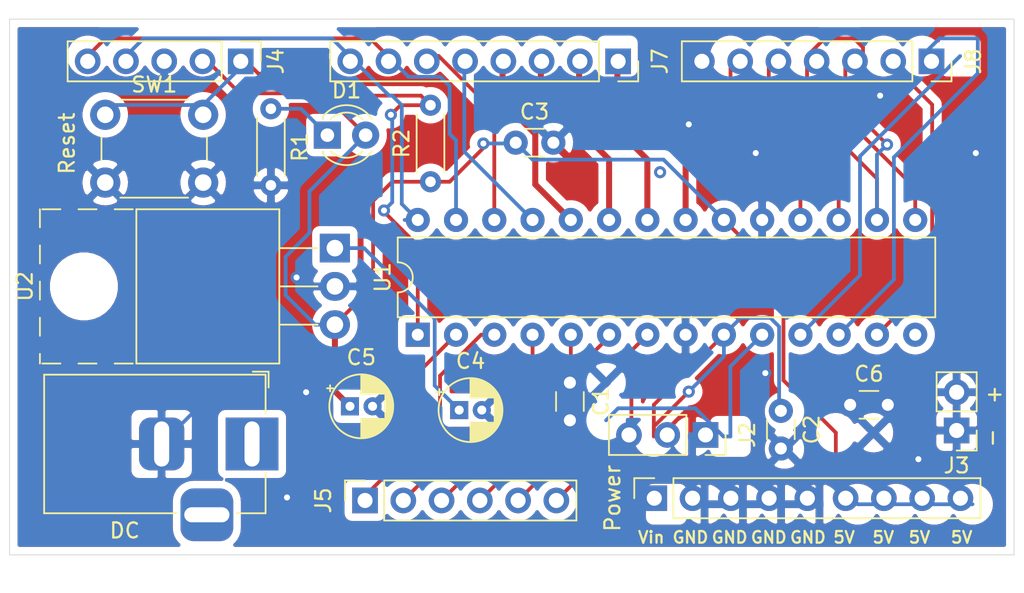
<source format=kicad_pcb>
(kicad_pcb (version 20171130) (host pcbnew "(5.1.9)-1")
  (layers (0 F.Cu signal) (31 B.Cu signal) (34 B.Paste user) (35 F.Paste user) (36 B.SilkS user) (37 F.SilkS user) (38 B.Mask user) (39 F.Mask user) (44 Edge.Cuts user))
  (net 0 "")
  (net 1 GND)
  (net 2 OSC2)
  (net 3 OSC1)
  (net 4 +5V)
  (net 5 VIN)
  (net 6 "Net-(D1-Pad1)")
  (net 7 VDD)
  (net 8 MCLR)
  (net 9 RB7)
  (net 10 RB6)
  (net 11 RA0)
  (net 12 RA1)
  (net 13 RA2)
  (net 14 RA3)
  (net 15 RA4)
  (net 16 RA5)
  (net 17 Vin)
  (net 18 RBO)
  (net 19 RB1)
  (net 20 RB2)
  (net 21 RB3)
  (net 22 RB4)
  (net 23 RB5)
  (net 24 RC0)
  (net 25 RC1)
  (net 26 RC2)
  (net 27 RC4)
  (net 28 RC5)
  (net 29 RC6)
  (net 30 RC7)
  (net 31 Vu)
  (module Package_TO_SOT_THT:TO-220-3_Horizontal_TabUp (layer F.Cu) (at 87 66 270)
    (fp_text reference U2 (at 2.54 20.58 90) (layer F.SilkS))
    (fp_text value L7805)
    (pad "" np_thru_hole oval (at 2.54 16.66 270) (size 3.5 3.5) (drill 3.5) (layers *.Cu *.Mask))
    (pad 1 thru_hole rect (at 0 0 270) (size 1.905 2) (drill 1.1) (layers *.Cu *.Mask) (net 5 VIN))
    (pad 2 thru_hole oval (at 2.54 0 270) (size 1.905 2) (drill 1.1) (layers *.Cu *.Mask) (net 1 GND))
    (pad 3 thru_hole oval (at 5.08 0 270) (size 1.905 2) (drill 1.1) (layers *.Cu *.Mask) (net 4 +5V))
  )
  (module Resistor_THT:R_Axial_DIN0204_L3.6mm_D1.6mm_P5.08mm_Horizontal (layer F.Cu) (at 93.345 61.595 90)
    (fp_text reference R2 (at 2.54 -1.92 90) (layer F.SilkS))
    (fp_text value R_Small)
    (pad 2 thru_hole oval (at 5.08 0 90) (size 1.4 1.4) (drill 0.7) (layers *.Cu *.Mask) (net 8 MCLR))
    (pad 1 thru_hole circle (at 0 0 90) (size 1.4 1.4) (drill 0.7) (layers *.Cu *.Mask) (net 4 +5V))
  )
  (module Capacitor_THT:C_Disc_D3.0mm_W1.6mm_P2.50mm (layer F.Cu) (at 102.6 74.93 270)
    (fp_text reference C1 (at 1.25 -2.05 90) (layer F.SilkS))
    (fp_text value 22pF)
    (pad 1 thru_hole circle (at 0 0 270) (size 1.6 1.6) (drill 0.8) (layers *.Cu *.Mask) (net 1 GND))
    (pad 2 thru_hole circle (at 2.5 0 270) (size 1.6 1.6) (drill 0.8) (layers *.Cu *.Mask) (net 2 OSC2))
  )
  (module Capacitor_THT:C_Disc_D3.0mm_W1.6mm_P2.50mm (layer F.Cu) (at 116.6 76.8 270)
    (fp_text reference C2 (at 1.25 -2.05 90) (layer F.SilkS))
    (fp_text value 22pF)
    (pad 2 thru_hole circle (at 2.5 0 270) (size 1.6 1.6) (drill 0.8) (layers *.Cu *.Mask) (net 1 GND))
    (pad 1 thru_hole circle (at 0 0 270) (size 1.6 1.6) (drill 0.8) (layers *.Cu *.Mask) (net 3 OSC1))
  )
  (module Capacitor_THT:C_Disc_D3.0mm_W1.6mm_P2.50mm (layer F.Cu) (at 99 59)
    (fp_text reference C3 (at 1.25 -2.05) (layer F.SilkS))
    (fp_text value 100nF)
    (pad 1 thru_hole circle (at 0 0) (size 1.6 1.6) (drill 0.8) (layers *.Cu *.Mask) (net 4 +5V))
    (pad 2 thru_hole circle (at 2.5 0) (size 1.6 1.6) (drill 0.8) (layers *.Cu *.Mask) (net 1 GND))
  )
  (module Capacitor_THT:CP_Radial_D4.0mm_P1.50mm (layer F.Cu) (at 95.25 76.75)
    (fp_text reference C4 (at 0.75 -3.25) (layer F.SilkS))
    (fp_text value 100uF)
    (pad 2 thru_hole circle (at 1.5 0) (size 1.2 1.2) (drill 0.6) (layers *.Cu *.Mask) (net 1 GND))
    (pad 1 thru_hole rect (at 0 0) (size 1.2 1.2) (drill 0.6) (layers *.Cu *.Mask) (net 5 VIN))
  )
  (module Capacitor_THT:CP_Radial_D4.0mm_P1.50mm (layer F.Cu) (at 88 76.5)
    (fp_text reference C5 (at 0.75 -3.25) (layer F.SilkS))
    (fp_text value 1uF)
    (pad 1 thru_hole rect (at 0 0) (size 1.2 1.2) (drill 0.6) (layers *.Cu *.Mask) (net 4 +5V))
    (pad 2 thru_hole circle (at 1.5 0) (size 1.2 1.2) (drill 0.6) (layers *.Cu *.Mask) (net 1 GND))
  )
  (module Capacitor_THT:C_Disc_D3.0mm_W1.6mm_P2.50mm (layer F.Cu) (at 121.2 76.4)
    (fp_text reference C6 (at 1.25 -2.05) (layer F.SilkS))
    (fp_text value 100nF)
    (pad 2 thru_hole circle (at 2.5 0) (size 1.6 1.6) (drill 0.8) (layers *.Cu *.Mask) (net 1 GND))
    (pad 1 thru_hole circle (at 0 0) (size 1.6 1.6) (drill 0.8) (layers *.Cu *.Mask) (net 4 +5V))
  )
  (module LED_THT:LED_D3.0mm (layer F.Cu) (at 86.5 58.5)
    (fp_text reference D1 (at 1.27 -2.96) (layer F.SilkS))
    (fp_text value LED)
    (pad 1 thru_hole rect (at 0 0) (size 1.8 1.8) (drill 0.9) (layers *.Cu *.Mask) (net 6 "Net-(D1-Pad1)"))
    (pad 2 thru_hole circle (at 2.54 0) (size 1.8 1.8) (drill 0.9) (layers *.Cu *.Mask) (net 4 +5V))
  )
  (module Connector_BarrelJack:BarrelJack_Horizontal (layer F.Cu) (at 81.5 79)
    (fp_text reference DC (at -8.45 5.75) (layer F.SilkS))
    (fp_text value DC)
    (pad 1 thru_hole rect (at 0 0) (size 3.5 3.5) (drill oval 1 3) (layers *.Cu *.Mask) (net 7 VDD))
    (pad 2 thru_hole roundrect (at -6 0) (size 3 3.5) (drill oval 1 3) (layers *.Cu *.Mask) (net 1 GND))
    (pad 3 thru_hole roundrect (at -3 4.7) (size 3.5 3.5) (drill oval 3 1) (layers *.Cu *.Mask))
  )
  (module Connector_PinSocket_2.54mm:PinSocket_1x03_P2.54mm_Vertical (layer F.Cu) (at 111.6 78.4 270)
    (fp_text reference J2 (at 0 -2.77 270) (layer F.SilkS))
    (fp_text value OSC)
    (pad 1 thru_hole rect (at 0 0 270) (size 1.7 1.7) (drill 1) (layers *.Cu *.Mask) (net 2 OSC2))
    (pad 2 thru_hole oval (at 0 2.54 270) (size 1.7 1.7) (drill 1) (layers *.Cu *.Mask) (net 1 GND))
    (pad 3 thru_hole oval (at 0 5.08 270) (size 1.7 1.7) (drill 1) (layers *.Cu *.Mask) (net 3 OSC1))
  )
  (module Connector_PinHeader_2.54mm:PinHeader_1x02_P2.54mm_Vertical (layer F.Cu) (at 128.27 78.105 180)
    (fp_text reference J3 (at 0 -2.33 180) (layer F.SilkS))
    (fp_text value "GND Hook")
    (pad 1 thru_hole rect (at 0 0 180) (size 1.7 1.7) (drill 1) (layers *.Cu *.Mask) (net 1 GND))
    (pad 2 thru_hole oval (at 0 2.54 180) (size 1.7 1.7) (drill 1) (layers *.Cu *.Mask) (net 1 GND))
  )
  (module Connector_PinHeader_2.54mm:PinHeader_1x05_P2.54mm_Vertical (layer F.Cu) (at 80.75 53.6 270)
    (fp_text reference J4 (at 0 -2.33 90) (layer F.SilkS))
    (fp_text value ICSP)
    (pad 1 thru_hole rect (at 0 0 270) (size 1.7 1.7) (drill 1) (layers *.Cu *.Mask) (net 8 MCLR))
    (pad 2 thru_hole oval (at 0 2.54 270) (size 1.7 1.7) (drill 1) (layers *.Cu *.Mask) (net 4 +5V))
    (pad 3 thru_hole oval (at 0 5.08 270) (size 1.7 1.7) (drill 1) (layers *.Cu *.Mask) (net 1 GND))
    (pad 4 thru_hole oval (at 0 7.62 270) (size 1.7 1.7) (drill 1) (layers *.Cu *.Mask) (net 9 RB7))
    (pad 5 thru_hole oval (at 0 10.16 270) (size 1.7 1.7) (drill 1) (layers *.Cu *.Mask) (net 10 RB6))
  )
  (module Connector_PinSocket_2.54mm:PinSocket_1x06_P2.54mm_Vertical (layer F.Cu) (at 89 82.75 90)
    (fp_text reference J5 (at 0 -2.77 90) (layer F.SilkS))
    (fp_text value "PORT A")
    (pad 1 thru_hole rect (at 0 0 90) (size 1.7 1.7) (drill 1) (layers *.Cu *.Mask) (net 11 RA0))
    (pad 2 thru_hole oval (at 0 2.54 90) (size 1.7 1.7) (drill 1) (layers *.Cu *.Mask) (net 12 RA1))
    (pad 3 thru_hole oval (at 0 5.08 90) (size 1.7 1.7) (drill 1) (layers *.Cu *.Mask) (net 13 RA2))
    (pad 4 thru_hole oval (at 0 7.62 90) (size 1.7 1.7) (drill 1) (layers *.Cu *.Mask) (net 14 RA3))
    (pad 5 thru_hole oval (at 0 10.16 90) (size 1.7 1.7) (drill 1) (layers *.Cu *.Mask) (net 15 RA4))
    (pad 6 thru_hole oval (at 0 12.7 90) (size 1.7 1.7) (drill 1) (layers *.Cu *.Mask) (net 16 RA5))
  )
  (module Connector_PinSocket_2.54mm:PinSocket_1x09_P2.54mm_Vertical (layer F.Cu) (at 108.2 82.6 90)
    (fp_text reference Power (at 0 -2.77 90) (layer F.SilkS))
    (fp_text value "POWER PORT")
    (pad 1 thru_hole rect (at 0 0 90) (size 1.7 1.7) (drill 1) (layers *.Cu *.Mask) (net 17 Vin))
    (pad 2 thru_hole oval (at 0 2.54 90) (size 1.7 1.7) (drill 1) (layers *.Cu *.Mask) (net 1 GND))
    (pad 3 thru_hole oval (at 0 5.08 90) (size 1.7 1.7) (drill 1) (layers *.Cu *.Mask) (net 1 GND))
    (pad 4 thru_hole oval (at 0 7.62 90) (size 1.7 1.7) (drill 1) (layers *.Cu *.Mask) (net 1 GND))
    (pad 5 thru_hole oval (at 0 10.16 90) (size 1.7 1.7) (drill 1) (layers *.Cu *.Mask) (net 1 GND))
    (pad 6 thru_hole oval (at 0 12.7 90) (size 1.7 1.7) (drill 1) (layers *.Cu *.Mask) (net 4 +5V))
    (pad 7 thru_hole oval (at 0 15.24 90) (size 1.7 1.7) (drill 1) (layers *.Cu *.Mask) (net 4 +5V))
    (pad 8 thru_hole oval (at 0 17.78 90) (size 1.7 1.7) (drill 1) (layers *.Cu *.Mask) (net 4 +5V))
    (pad 9 thru_hole oval (at 0 20.32 90) (size 1.7 1.7) (drill 1) (layers *.Cu *.Mask) (net 4 +5V))
  )
  (module Connector_PinSocket_2.54mm:PinSocket_1x08_P2.54mm_Vertical (layer F.Cu) (at 105.8 53.6 270)
    (fp_text reference J7 (at 0 -2.77 90) (layer F.SilkS))
    (fp_text value "PORT B")
    (pad 1 thru_hole rect (at 0 0 270) (size 1.7 1.7) (drill 1) (layers *.Cu *.Mask) (net 18 RBO))
    (pad 2 thru_hole oval (at 0 2.54 270) (size 1.7 1.7) (drill 1) (layers *.Cu *.Mask) (net 19 RB1))
    (pad 3 thru_hole oval (at 0 5.08 270) (size 1.7 1.7) (drill 1) (layers *.Cu *.Mask) (net 20 RB2))
    (pad 4 thru_hole oval (at 0 7.62 270) (size 1.7 1.7) (drill 1) (layers *.Cu *.Mask) (net 21 RB3))
    (pad 5 thru_hole oval (at 0 10.16 270) (size 1.7 1.7) (drill 1) (layers *.Cu *.Mask) (net 22 RB4))
    (pad 6 thru_hole oval (at 0 12.7 270) (size 1.7 1.7) (drill 1) (layers *.Cu *.Mask) (net 23 RB5))
    (pad 7 thru_hole oval (at 0 15.24 270) (size 1.7 1.7) (drill 1) (layers *.Cu *.Mask) (net 10 RB6))
    (pad 8 thru_hole oval (at 0 17.78 270) (size 1.7 1.7) (drill 1) (layers *.Cu *.Mask) (net 9 RB7))
  )
  (module Connector_PinSocket_2.54mm:PinSocket_1x07_P2.54mm_Vertical (layer F.Cu) (at 126.6 53.6 270)
    (fp_text reference J8 (at 0 -2.77 90) (layer F.SilkS))
    (fp_text value "PORT C")
    (pad 1 thru_hole rect (at 0 0 270) (size 1.7 1.7) (drill 1) (layers *.Cu *.Mask) (net 24 RC0))
    (pad 2 thru_hole oval (at 0 2.54 270) (size 1.7 1.7) (drill 1) (layers *.Cu *.Mask) (net 25 RC1))
    (pad 3 thru_hole oval (at 0 5.08 270) (size 1.7 1.7) (drill 1) (layers *.Cu *.Mask) (net 26 RC2))
    (pad 4 thru_hole oval (at 0 7.62 270) (size 1.7 1.7) (drill 1) (layers *.Cu *.Mask) (net 27 RC4))
    (pad 5 thru_hole oval (at 0 10.16 270) (size 1.7 1.7) (drill 1) (layers *.Cu *.Mask) (net 28 RC5))
    (pad 6 thru_hole oval (at 0 12.7 270) (size 1.7 1.7) (drill 1) (layers *.Cu *.Mask) (net 29 RC6))
    (pad 7 thru_hole oval (at 0 15.24 270) (size 1.7 1.7) (drill 1) (layers *.Cu *.Mask) (net 30 RC7))
  )
  (module Resistor_THT:R_Axial_DIN0204_L3.6mm_D1.6mm_P5.08mm_Horizontal (layer F.Cu) (at 82.75 56.75 270)
    (fp_text reference R1 (at 2.54 -1.92 90) (layer F.SilkS))
    (fp_text value R_Small)
    (pad 1 thru_hole circle (at 0 0 270) (size 1.4 1.4) (drill 0.7) (layers *.Cu *.Mask) (net 6 "Net-(D1-Pad1)"))
    (pad 2 thru_hole oval (at 5.08 0 270) (size 1.4 1.4) (drill 0.7) (layers *.Cu *.Mask) (net 1 GND))
  )
  (module Button_Switch_THT:SW_PUSH_6mm (layer F.Cu) (at 71.755 57.15)
    (fp_text reference SW1 (at 3.25 -2) (layer F.SilkS))
    (fp_text value SW_Push)
    (pad 2 thru_hole circle (at 0 4.5 90) (size 2 2) (drill 1.1) (layers *.Cu *.Mask) (net 1 GND))
    (pad 1 thru_hole circle (at 0 0 90) (size 2 2) (drill 1.1) (layers *.Cu *.Mask) (net 8 MCLR))
    (pad 2 thru_hole circle (at 6.5 4.5 90) (size 2 2) (drill 1.1) (layers *.Cu *.Mask) (net 1 GND))
    (pad 1 thru_hole circle (at 6.5 0 90) (size 2 2) (drill 1.1) (layers *.Cu *.Mask) (net 8 MCLR))
  )
  (module Package_DIP:DIP-28_W7.62mm (layer F.Cu) (at 92.5 71.75 90)
    (fp_text reference U1 (at 3.81 -2.33 90) (layer F.SilkS))
    (fp_text value PIC18F2550-ISP)
    (pad 1 thru_hole rect (at 0 0 90) (size 1.6 1.6) (drill 0.8) (layers *.Cu *.Mask) (net 8 MCLR))
    (pad 15 thru_hole oval (at 7.62 33.02 90) (size 1.6 1.6) (drill 0.8) (layers *.Cu *.Mask) (net 27 RC4))
    (pad 2 thru_hole oval (at 0 2.54 90) (size 1.6 1.6) (drill 0.8) (layers *.Cu *.Mask) (net 11 RA0))
    (pad 16 thru_hole oval (at 7.62 30.48 90) (size 1.6 1.6) (drill 0.8) (layers *.Cu *.Mask) (net 28 RC5))
    (pad 3 thru_hole oval (at 0 5.08 90) (size 1.6 1.6) (drill 0.8) (layers *.Cu *.Mask) (net 12 RA1))
    (pad 17 thru_hole oval (at 7.62 27.94 90) (size 1.6 1.6) (drill 0.8) (layers *.Cu *.Mask) (net 29 RC6))
    (pad 4 thru_hole oval (at 0 7.62 90) (size 1.6 1.6) (drill 0.8) (layers *.Cu *.Mask) (net 13 RA2))
    (pad 18 thru_hole oval (at 7.62 25.4 90) (size 1.6 1.6) (drill 0.8) (layers *.Cu *.Mask) (net 30 RC7))
    (pad 5 thru_hole oval (at 0 10.16 90) (size 1.6 1.6) (drill 0.8) (layers *.Cu *.Mask) (net 14 RA3))
    (pad 19 thru_hole oval (at 7.62 22.86 90) (size 1.6 1.6) (drill 0.8) (layers *.Cu *.Mask) (net 1 GND))
    (pad 6 thru_hole oval (at 0 12.7 90) (size 1.6 1.6) (drill 0.8) (layers *.Cu *.Mask) (net 15 RA4))
    (pad 20 thru_hole oval (at 7.62 20.32 90) (size 1.6 1.6) (drill 0.8) (layers *.Cu *.Mask) (net 4 +5V))
    (pad 7 thru_hole oval (at 0 15.24 90) (size 1.6 1.6) (drill 0.8) (layers *.Cu *.Mask) (net 16 RA5))
    (pad 21 thru_hole oval (at 7.62 17.78 90) (size 1.6 1.6) (drill 0.8) (layers *.Cu *.Mask) (net 18 RBO))
    (pad 8 thru_hole oval (at 0 17.78 90) (size 1.6 1.6) (drill 0.8) (layers *.Cu *.Mask) (net 1 GND))
    (pad 22 thru_hole oval (at 7.62 15.24 90) (size 1.6 1.6) (drill 0.8) (layers *.Cu *.Mask) (net 19 RB1))
    (pad 9 thru_hole oval (at 0 20.32 90) (size 1.6 1.6) (drill 0.8) (layers *.Cu *.Mask) (net 3 OSC1))
    (pad 23 thru_hole oval (at 7.62 12.7 90) (size 1.6 1.6) (drill 0.8) (layers *.Cu *.Mask) (net 20 RB2))
    (pad 10 thru_hole oval (at 0 22.86 90) (size 1.6 1.6) (drill 0.8) (layers *.Cu *.Mask) (net 2 OSC2))
    (pad 24 thru_hole oval (at 7.62 10.16 90) (size 1.6 1.6) (drill 0.8) (layers *.Cu *.Mask) (net 21 RB3))
    (pad 11 thru_hole oval (at 0 25.4 90) (size 1.6 1.6) (drill 0.8) (layers *.Cu *.Mask) (net 24 RC0))
    (pad 25 thru_hole oval (at 7.62 7.62 90) (size 1.6 1.6) (drill 0.8) (layers *.Cu *.Mask) (net 22 RB4))
    (pad 12 thru_hole oval (at 0 27.94 90) (size 1.6 1.6) (drill 0.8) (layers *.Cu *.Mask) (net 25 RC1))
    (pad 26 thru_hole oval (at 7.62 5.08 90) (size 1.6 1.6) (drill 0.8) (layers *.Cu *.Mask) (net 23 RB5))
    (pad 13 thru_hole oval (at 0 30.48 90) (size 1.6 1.6) (drill 0.8) (layers *.Cu *.Mask) (net 26 RC2))
    (pad 27 thru_hole oval (at 7.62 2.54 90) (size 1.6 1.6) (drill 0.8) (layers *.Cu *.Mask) (net 10 RB6))
    (pad 14 thru_hole oval (at 0 33.02 90) (size 1.6 1.6) (drill 0.8) (layers *.Cu *.Mask) (net 31 Vu))
    (pad 28 thru_hole oval (at 7.62 0 90) (size 1.6 1.6) (drill 0.8) (layers *.Cu *.Mask) (net 9 RB7))
  )
  (gr_text - (at 130.6 78.6 90) (layer F.SilkS) (effects (font (size 1 1))))
  (gr_text + (at 130.8 75.8 180) (layer F.SilkS) (effects (font (size 1 1))))
  (gr_text 5V (at 128.6 85.2) (layer F.SilkS) (effects (font (size 0.7714 0.7714))))
  (gr_text 5V (at 125.8 85.2) (layer F.SilkS) (effects (font (size 0.7714 0.7714))))
  (gr_text 5V (at 123.4 85.2) (layer F.SilkS) (effects (font (size 0.7714 0.7714))))
  (gr_text 5V (at 120.8 85.2) (layer F.SilkS) (effects (font (size 0.7714 0.7714))))
  (gr_text GND (at 118.4 85.2) (layer F.SilkS) (effects (font (size 0.7714 0.7714))))
  (gr_text GND (at 115.8 85.2) (layer F.SilkS) (effects (font (size 0.7714 0.7714))))
  (gr_text GND (at 113.2 85.2) (layer F.SilkS) (effects (font (size 0.7714 0.7714))))
  (gr_text GND (at 110.6 85.2) (layer F.SilkS) (effects (font (size 0.7714 0.7714))))
  (gr_text Vin (at 108 85.2) (layer F.SilkS) (effects (font (size 0.7714 0.7714))))
  (gr_text Reset (at 69.215 59.055 90) (layer F.SilkS) (effects (font (size 1 1))))
  (gr_line (start 65.405 50.8) (end 66.04 50.8) (layer Edge.Cuts) (width 0.05))
  (gr_line (start 65.405 86.36) (end 65.405 50.8) (layer Edge.Cuts) (width 0.05))
  (gr_line (start 132.08 86.36) (end 65.405 86.36) (layer Edge.Cuts) (width 0.05))
  (gr_line (start 132.08 50.8) (end 132.08 86.36) (layer Edge.Cuts) (width 0.05))
  (gr_line (start 66.04 50.8) (end 132.08 50.8) (layer Edge.Cuts) (width 0.05))
  (via (at 85.09 75.565) (size 0.8) (drill 0.4) (layers F.Cu B.Cu) (net 1))
  (segment (start 78.935 75.565) (end 85.09 75.565) (width 0.25) (layer B.Cu) (net 1))
  (segment (start 75.5 79) (end 78.935 75.565) (width 0.25) (layer B.Cu) (net 1))
  (via (at 115.57 74.295) (size 0.8) (drill 0.4) (layers F.Cu B.Cu) (net 1))
  (via (at 114.935 59.69) (size 0.8) (drill 0.4) (layers F.Cu B.Cu) (net 1))
  (via (at 108.585 60.96) (size 0.8) (drill 0.4) (layers F.Cu B.Cu) (net 1))
  (via (at 83.82 82.55) (size 0.8) (drill 0.4) (layers F.Cu B.Cu) (net 1))
  (via (at 84.455 67.945) (size 0.8) (drill 0.4) (layers F.Cu B.Cu) (net 1))
  (via (at 110.49 57.785) (size 0.8) (drill 0.4) (layers F.Cu B.Cu) (net 1))
  (via (at 125.73 80.01) (size 0.8) (drill 0.4) (layers F.Cu B.Cu) (net 1))
  (via (at 129.54 59.69) (size 0.8) (drill 0.4) (layers F.Cu B.Cu) (net 1))
  (via (at 123.19 55.88) (size 0.8) (drill 0.4) (layers F.Cu B.Cu) (net 1))
  (segment (start 113.25 73.86) (end 113.25 78.5) (width 0.25) (layer B.Cu) (net 2))
  (segment (start 115.36 71.75) (end 113.25 73.86) (width 0.25) (layer B.Cu) (net 2))
  (segment (start 112.79 78.5) (end 113.25 78.5) (width 0.25) (layer B.Cu) (net 2))
  (segment (start 110.920001 76.630001) (end 112.79 78.5) (width 0.25) (layer B.Cu) (net 2))
  (segment (start 105.799999 76.630001) (end 110.920001 76.630001) (width 0.25) (layer B.Cu) (net 2))
  (segment (start 105 77.43) (end 105.799999 76.630001) (width 0.25) (layer B.Cu) (net 2))
  (segment (start 108.17 76.4) (end 112.82 71.75) (width 0.25) (layer F.Cu) (net 3))
  (segment (start 108.17 78.5) (end 108.17 76.4) (width 0.25) (layer F.Cu) (net 3))
  (via (at 110.49 75.525) (size 0.8) (drill 0.4) (layers F.Cu B.Cu) (net 3))
  (segment (start 112.82 73.195) (end 110.49 75.525) (width 0.25) (layer B.Cu) (net 3))
  (segment (start 112.82 71.75) (end 112.82 73.195) (width 0.25) (layer B.Cu) (net 3))
  (segment (start 108.17 77.845) (end 108.17 78.5) (width 0.25) (layer F.Cu) (net 3))
  (segment (start 110.49 75.525) (end 108.17 77.845) (width 0.25) (layer F.Cu) (net 3))
  (segment (start 113.945001 70.624999) (end 112.82 71.75) (width 0.25) (layer B.Cu) (net 3))
  (segment (start 115.900001 70.624999) (end 113.945001 70.624999) (width 0.25) (layer B.Cu) (net 3))
  (segment (start 116.485001 71.209999) (end 115.900001 70.624999) (width 0.25) (layer B.Cu) (net 3))
  (segment (start 116.485001 76.480001) (end 116.485001 71.209999) (width 0.25) (layer B.Cu) (net 3))
  (segment (start 116.84 76.835) (end 116.485001 76.480001) (width 0.25) (layer B.Cu) (net 3))
  (segment (start 87 75.5) (end 88 76.5) (width 0.4) (layer F.Cu) (net 4))
  (segment (start 87 71.08) (end 87 75.5) (width 0.4) (layer F.Cu) (net 4))
  (segment (start 116.774999 74.774999) (end 120.25 78.25) (width 0.25) (layer F.Cu) (net 4))
  (segment (start 116.774999 68.084999) (end 116.774999 74.774999) (width 0.25) (layer F.Cu) (net 4))
  (segment (start 112.82 64.13) (end 116.774999 68.084999) (width 0.25) (layer F.Cu) (net 4))
  (segment (start 120.25 81.55) (end 121.7 83) (width 0.25) (layer F.Cu) (net 4))
  (segment (start 120.25 78.25) (end 120.25 81.55) (width 0.25) (layer F.Cu) (net 4))
  (segment (start 121.7 83) (end 124.24 83) (width 0.25) (layer B.Cu) (net 4))
  (segment (start 124.24 83) (end 126.78 83) (width 0.25) (layer B.Cu) (net 4))
  (segment (start 126.78 83) (end 129.32 83) (width 0.25) (layer B.Cu) (net 4))
  (segment (start 87 71.08) (end 89.535 68.545) (width 0.25) (layer F.Cu) (net 4))
  (segment (start 89.535 68.545) (end 89.535 62.865) (width 0.25) (layer F.Cu) (net 4))
  (segment (start 90.805 61.595) (end 93.345 61.595) (width 0.25) (layer F.Cu) (net 4))
  (segment (start 89.535 62.865) (end 90.805 61.595) (width 0.25) (layer F.Cu) (net 4))
  (segment (start 80.684999 55.724999) (end 78.21 53.25) (width 0.25) (layer F.Cu) (net 4))
  (segment (start 86.264999 55.724999) (end 80.684999 55.724999) (width 0.25) (layer F.Cu) (net 4))
  (segment (start 89.04 58.5) (end 86.264999 55.724999) (width 0.25) (layer F.Cu) (net 4))
  (segment (start 85.685 71.08) (end 87 71.08) (width 0.25) (layer B.Cu) (net 4))
  (segment (start 83.729999 69.124999) (end 85.685 71.08) (width 0.25) (layer B.Cu) (net 4))
  (segment (start 83.729999 66.570001) (end 83.729999 69.124999) (width 0.25) (layer B.Cu) (net 4))
  (segment (start 85.31 64.99) (end 83.729999 66.570001) (width 0.25) (layer B.Cu) (net 4))
  (segment (start 85.31 62.23) (end 85.31 64.99) (width 0.25) (layer B.Cu) (net 4))
  (segment (start 89.04 58.5) (end 85.31 62.23) (width 0.25) (layer B.Cu) (net 4))
  (segment (start 108.815001 60.125001) (end 112.82 64.13) (width 0.25) (layer B.Cu) (net 4))
  (segment (start 100.125001 60.125001) (end 108.815001 60.125001) (width 0.25) (layer B.Cu) (net 4))
  (segment (start 99 59) (end 100.125001 60.125001) (width 0.25) (layer B.Cu) (net 4))
  (segment (start 93.345 61.595) (end 94.615 61.595) (width 0.25) (layer F.Cu) (net 4))
  (via (at 96.855 59.055) (size 0.8) (drill 0.4) (layers F.Cu B.Cu) (net 4))
  (segment (start 96.855 59.355) (end 96.855 59.055) (width 0.25) (layer F.Cu) (net 4))
  (segment (start 94.615 61.595) (end 96.855 59.355) (width 0.25) (layer F.Cu) (net 4))
  (segment (start 98.945 59.055) (end 99 59) (width 0.25) (layer B.Cu) (net 4))
  (segment (start 96.855 59.055) (end 98.945 59.055) (width 0.25) (layer B.Cu) (net 4))
  (segment (start 93.625001 75.125001) (end 95.25 76.75) (width 0.25) (layer B.Cu) (net 5))
  (segment (start 93.625001 70.689999) (end 93.625001 75.125001) (width 0.25) (layer B.Cu) (net 5))
  (segment (start 88.935002 66) (end 93.625001 70.689999) (width 0.25) (layer B.Cu) (net 5))
  (segment (start 87 66) (end 88.935002 66) (width 0.25) (layer B.Cu) (net 5))
  (segment (start 84.75 56.75) (end 86.5 58.5) (width 0.25) (layer B.Cu) (net 6))
  (segment (start 82.75 56.75) (end 84.75 56.75) (width 0.25) (layer B.Cu) (net 6))
  (segment (start 80.75 54) (end 80.75 53.25) (width 0.25) (layer B.Cu) (net 8))
  (segment (start 78.25 56.5) (end 80.75 54) (width 0.25) (layer B.Cu) (net 8))
  (segment (start 71.75 56.5) (end 78.25 56.5) (width 0.25) (layer B.Cu) (net 8))
  (segment (start 92.5 71.75) (end 91.89249 72.35751) (width 0.25) (layer B.Cu) (net 8))
  (segment (start 88.265 55.88) (end 92.71 55.88) (width 0.25) (layer F.Cu) (net 8))
  (segment (start 87.63 55.245) (end 88.265 55.88) (width 0.25) (layer F.Cu) (net 8))
  (segment (start 85.09 55.245) (end 87.63 55.245) (width 0.25) (layer F.Cu) (net 8))
  (segment (start 92.71 55.88) (end 93.345 56.515) (width 0.25) (layer F.Cu) (net 8))
  (segment (start 84.270001 54.425001) (end 85.09 55.245) (width 0.25) (layer F.Cu) (net 8))
  (segment (start 81.925001 54.425001) (end 84.270001 54.425001) (width 0.25) (layer F.Cu) (net 8))
  (segment (start 80.75 53.25) (end 81.925001 54.425001) (width 0.25) (layer F.Cu) (net 8))
  (segment (start 92.5 71.75) (end 92.5 65.83) (width 0.25) (layer F.Cu) (net 8))
  (via (at 90.26 63.5) (size 0.8) (drill 0.4) (layers F.Cu B.Cu) (net 8))
  (segment (start 90.26 63.59) (end 90.26 63.5) (width 0.25) (layer F.Cu) (net 8))
  (segment (start 92.5 65.83) (end 90.26 63.59) (width 0.25) (layer F.Cu) (net 8))
  (segment (start 90.26 63.5) (end 90.805 62.955) (width 0.25) (layer B.Cu) (net 8))
  (via (at 90.715 57.15) (size 0.8) (drill 0.4) (layers F.Cu B.Cu) (net 8))
  (segment (start 90.805 57.24) (end 90.715 57.15) (width 0.25) (layer B.Cu) (net 8))
  (segment (start 90.805 62.955) (end 90.805 57.24) (width 0.25) (layer B.Cu) (net 8))
  (segment (start 91.35 56.515) (end 93.345 56.515) (width 0.25) (layer F.Cu) (net 8))
  (segment (start 90.715 57.15) (end 91.35 56.515) (width 0.25) (layer F.Cu) (net 8))
  (segment (start 86.794999 52.074999) (end 87.97 53.25) (width 0.25) (layer B.Cu) (net 9))
  (segment (start 74.305001 52.074999) (end 86.794999 52.074999) (width 0.25) (layer B.Cu) (net 9))
  (segment (start 73.13 53.25) (end 74.305001 52.074999) (width 0.25) (layer B.Cu) (net 9))
  (segment (start 91.631998 64.13) (end 92.5 64.13) (width 0.25) (layer B.Cu) (net 9))
  (segment (start 87.97 53.25) (end 90.6 55.88) (width 0.25) (layer B.Cu) (net 9))
  (segment (start 90.6 55.88) (end 90.805 55.88) (width 0.25) (layer B.Cu) (net 9))
  (segment (start 90.805 55.88) (end 91.44 56.515) (width 0.25) (layer B.Cu) (net 9))
  (segment (start 91.44 63.07) (end 92.5 64.13) (width 0.25) (layer B.Cu) (net 9))
  (segment (start 91.44 56.515) (end 91.44 63.07) (width 0.25) (layer B.Cu) (net 9))
  (segment (start 89.334999 52.074999) (end 90.51 53.25) (width 0.25) (layer F.Cu) (net 10))
  (segment (start 71.765001 52.074999) (end 89.334999 52.074999) (width 0.25) (layer F.Cu) (net 10))
  (segment (start 70.59 53.25) (end 71.765001 52.074999) (width 0.25) (layer F.Cu) (net 10))
  (segment (start 91.89001 54.63001) (end 94.00001 54.63001) (width 0.25) (layer B.Cu) (net 10))
  (segment (start 90.51 53.25) (end 91.89001 54.63001) (width 0.25) (layer B.Cu) (net 10))
  (segment (start 94.00001 54.63001) (end 94.615 55.245) (width 0.25) (layer B.Cu) (net 10))
  (segment (start 95.04 58.845) (end 95.04 64.13) (width 0.25) (layer B.Cu) (net 10))
  (segment (start 94.615 58.42) (end 95.04 58.845) (width 0.25) (layer B.Cu) (net 10))
  (segment (start 94.615 55.245) (end 94.615 58.42) (width 0.25) (layer B.Cu) (net 10))
  (segment (start 89 82.75) (end 89 82.45) (width 0.25) (layer F.Cu) (net 11))
  (segment (start 89 82.45) (end 92.71 78.74) (width 0.25) (layer F.Cu) (net 11))
  (segment (start 92.71 74.08) (end 95.04 71.75) (width 0.25) (layer F.Cu) (net 11))
  (segment (start 92.71 78.74) (end 92.71 74.08) (width 0.25) (layer F.Cu) (net 11))
  (segment (start 91.54 82.75) (end 93.98 80.31) (width 0.25) (layer F.Cu) (net 12))
  (segment (start 96.705002 71.75) (end 97.58 71.75) (width 0.25) (layer F.Cu) (net 12))
  (segment (start 93.98 74.475002) (end 96.705002 71.75) (width 0.25) (layer F.Cu) (net 12))
  (segment (start 93.98 80.31) (end 93.98 74.475002) (width 0.25) (layer F.Cu) (net 12))
  (segment (start 100.12 76.71) (end 100.12 71.75) (width 0.25) (layer F.Cu) (net 13))
  (segment (start 94.08 82.75) (end 100.12 76.71) (width 0.25) (layer F.Cu) (net 13))
  (segment (start 102.66 76.71) (end 102.66 71.75) (width 0.25) (layer F.Cu) (net 14))
  (segment (start 96.62 82.75) (end 102.66 76.71) (width 0.25) (layer F.Cu) (net 14))
  (segment (start 99.16 82.75) (end 103.505 78.405) (width 0.25) (layer F.Cu) (net 15))
  (segment (start 105.2 71.884998) (end 105.2 71.75) (width 0.25) (layer F.Cu) (net 15))
  (segment (start 103.505 73.579998) (end 105.2 71.884998) (width 0.25) (layer F.Cu) (net 15))
  (segment (start 103.505 78.405) (end 103.505 73.579998) (width 0.25) (layer F.Cu) (net 15))
  (segment (start 106.68 77.77) (end 106.68 72.81) (width 0.25) (layer F.Cu) (net 16))
  (segment (start 106.68 72.81) (end 107.74 71.75) (width 0.25) (layer F.Cu) (net 16))
  (segment (start 101.7 82.75) (end 106.68 77.77) (width 0.25) (layer F.Cu) (net 16))
  (segment (start 105.75 53.25) (end 105.75 54.95) (width 0.4) (layer F.Cu) (net 18))
  (segment (start 110.28 59.48) (end 110.28 64.13) (width 0.4) (layer F.Cu) (net 18))
  (segment (start 105.75 54.95) (end 110.28 59.48) (width 0.4) (layer F.Cu) (net 18))
  (segment (start 103.21 53.25) (end 103.21 55.585) (width 0.4) (layer F.Cu) (net 19))
  (segment (start 107.74 60.115) (end 107.74 64.13) (width 0.4) (layer F.Cu) (net 19))
  (segment (start 103.21 55.585) (end 107.74 60.115) (width 0.4) (layer F.Cu) (net 19))
  (segment (start 100.67 53.25) (end 100.67 55.585) (width 0.4) (layer F.Cu) (net 20))
  (segment (start 105.2 60.115) (end 105.2 64.13) (width 0.4) (layer F.Cu) (net 20))
  (segment (start 100.67 55.585) (end 105.2 60.115) (width 0.4) (layer F.Cu) (net 20))
  (segment (start 100.299999 58.423999) (end 100.299999 61.769999) (width 0.4) (layer F.Cu) (net 21))
  (segment (start 98.13 56.254) (end 100.299999 58.423999) (width 0.4) (layer F.Cu) (net 21))
  (segment (start 100.299999 61.769999) (end 102.66 64.13) (width 0.4) (layer F.Cu) (net 21))
  (segment (start 98.13 53.25) (end 98.13 56.254) (width 0.4) (layer F.Cu) (net 21))
  (segment (start 95.59 59.6) (end 100.12 64.13) (width 0.25) (layer B.Cu) (net 22))
  (segment (start 95.59 53.25) (end 95.59 59.6) (width 0.25) (layer B.Cu) (net 22))
  (segment (start 97.58 64.13) (end 97.58 56.94) (width 0.25) (layer F.Cu) (net 23))
  (segment (start 93.89 53.25) (end 93.05 53.25) (width 0.25) (layer F.Cu) (net 23))
  (segment (start 97.58 56.94) (end 93.89 53.25) (width 0.25) (layer F.Cu) (net 23))
  (segment (start 121.854999 59.895001) (end 128.5 53.25) (width 0.25) (layer B.Cu) (net 24))
  (segment (start 121.854999 67.795001) (end 121.854999 59.895001) (width 0.25) (layer B.Cu) (net 24))
  (segment (start 117.9 71.75) (end 121.854999 67.795001) (width 0.25) (layer B.Cu) (net 24))
  (segment (start 124.105001 68.084999) (end 124.105001 59.970001) (width 0.25) (layer B.Cu) (net 25))
  (segment (start 120.44 71.75) (end 124.105001 68.084999) (width 0.25) (layer B.Cu) (net 25))
  (segment (start 127.135001 52.074999) (end 125.96 53.25) (width 0.25) (layer B.Cu) (net 25))
  (segment (start 129.610001 52.074999) (end 127.135001 52.074999) (width 0.25) (layer B.Cu) (net 25))
  (segment (start 129.675001 52.139999) (end 129.610001 52.074999) (width 0.25) (layer B.Cu) (net 25))
  (segment (start 129.675001 54.400001) (end 129.675001 52.139999) (width 0.25) (layer B.Cu) (net 25))
  (segment (start 124.105001 59.970001) (end 129.675001 54.400001) (width 0.25) (layer B.Cu) (net 25))
  (segment (start 126.645001 56.475001) (end 123.42 53.25) (width 0.25) (layer F.Cu) (net 26))
  (segment (start 126.645001 68.084999) (end 126.645001 56.475001) (width 0.25) (layer F.Cu) (net 26))
  (segment (start 122.98 71.75) (end 126.645001 68.084999) (width 0.25) (layer F.Cu) (net 26))
  (segment (start 120.88 53.25) (end 120.88 57.38) (width 0.25) (layer F.Cu) (net 27))
  (segment (start 125.52 62.02) (end 125.52 64.13) (width 0.25) (layer F.Cu) (net 27))
  (segment (start 120.88 57.38) (end 125.52 62.02) (width 0.25) (layer F.Cu) (net 27))
  (segment (start 118.34 53.25) (end 118.34 56.745) (width 0.25) (layer F.Cu) (net 28))
  (segment (start 122.98 61.385) (end 122.98 64.13) (width 0.25) (layer F.Cu) (net 28))
  (segment (start 118.34 56.745) (end 122.98 61.385) (width 0.25) (layer F.Cu) (net 28))
  (via (at 123.650306 59.125) (size 0.8) (drill 0.4) (layers F.Cu B.Cu) (net 28))
  (segment (start 122.98 59.795306) (end 123.650306 59.125) (width 0.25) (layer B.Cu) (net 28))
  (segment (start 122.98 64.13) (end 122.98 59.795306) (width 0.25) (layer B.Cu) (net 28))
  (segment (start 119.515001 52.074999) (end 118.34 53.25) (width 0.25) (layer F.Cu) (net 28))
  (segment (start 121.444001 52.074999) (end 119.515001 52.074999) (width 0.25) (layer F.Cu) (net 28))
  (segment (start 122.055001 52.685999) (end 121.444001 52.074999) (width 0.25) (layer F.Cu) (net 28))
  (segment (start 122.055001 57.529695) (end 122.055001 52.685999) (width 0.25) (layer F.Cu) (net 28))
  (segment (start 123.650306 59.125) (end 122.055001 57.529695) (width 0.25) (layer F.Cu) (net 28))
  (segment (start 115.8 53.25) (end 115.8 56.11) (width 0.25) (layer F.Cu) (net 29))
  (segment (start 120.44 60.75) (end 120.44 64.13) (width 0.25) (layer F.Cu) (net 29))
  (segment (start 115.8 56.11) (end 120.44 60.75) (width 0.25) (layer F.Cu) (net 29))
  (segment (start 113.26 53.25) (end 113.26 55.475) (width 0.25) (layer F.Cu) (net 30))
  (segment (start 117.9 60.115) (end 117.9 64.13) (width 0.25) (layer F.Cu) (net 30))
  (segment (start 113.26 55.475) (end 117.9 60.115) (width 0.25) (layer F.Cu) (net 30))
  (zone (net 1) (net_name GND) (layer F.Cu) (connect_pads (clearance 0.508)) (min_thickness 0.254) (fill yes (arc_segments 32) (thermal_gap 0.508) (thermal_bridge_width 0.508))
    (polygon (pts (xy 132.715 88.9) (xy 64.77 87.63) (xy 64.77 49.53) (xy 132.715 49.53)))
  )
  (zone (net 1) (net_name GND) (layer B.Cu) (connect_pads (clearance 0.508)) (min_thickness 0.254) (fill yes (arc_segments 32) (thermal_gap 0.508) (thermal_bridge_width 0.508))
    (polygon (pts (xy 132.763217 88.9) (xy 64.818217 87.63) (xy 64.818217 49.53) (xy 132.763217 49.53)))
  )
)
</source>
